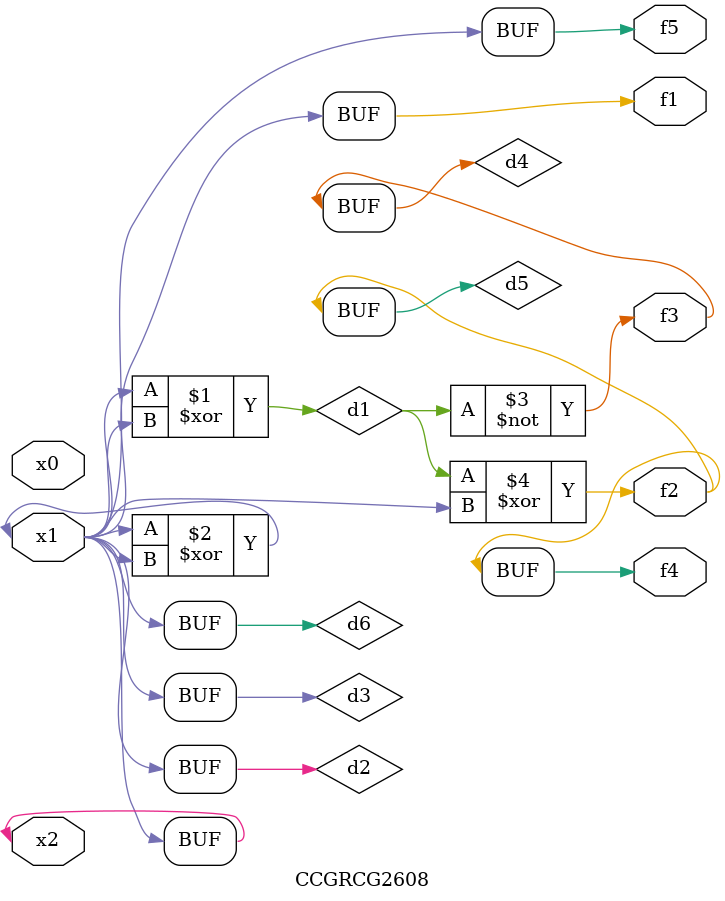
<source format=v>
module CCGRCG2608(
	input x0, x1, x2,
	output f1, f2, f3, f4, f5
);

	wire d1, d2, d3, d4, d5, d6;

	xor (d1, x1, x2);
	buf (d2, x1, x2);
	xor (d3, x1, x2);
	nor (d4, d1);
	xor (d5, d1, d2);
	buf (d6, d2, d3);
	assign f1 = d6;
	assign f2 = d5;
	assign f3 = d4;
	assign f4 = d5;
	assign f5 = d6;
endmodule

</source>
